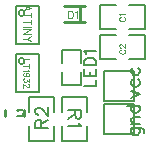
<source format=gto>
G04 ---------------------------- Layer name :TOP SILK LAYER*
G04 EasyEDA v5.4.12, Tue, 15 May 2018 13:13:22 GMT*
G04 e3774910c10740a696398d4b8e6a0cea*
G04 Gerber Generator version 0.2*
G04 Scale: 100 percent, Rotated: No, Reflected: No *
G04 Dimensions in inches *
G04 leading zeros omitted , absolute positions ,2 integer and 4 decimal *
%FSLAX24Y24*%
%MOIN*%
G90*
G70D02*

%ADD10C,0.010000*%
%ADD11C,0.008000*%
%ADD21C,0.007992*%
%ADD22C,0.007874*%
%ADD23C,0.007870*%
%ADD24C,0.007000*%
%ADD25C,0.004000*%
%ADD26C,0.006000*%
%ADD27C,0.003000*%

%LPD*%
G54D11*
G01X4700Y1500D02*
G01X3700Y1500D01*
G01X3700Y2500D01*
G01X4700Y2500D01*
G01X4700Y1750D01*
G54D21*
G01X4700Y1500D02*
G01X4700Y1750D01*
G54D11*
G01X4700Y400D02*
G01X3700Y400D01*
G01X3700Y1400D01*
G01X4700Y1400D01*
G01X4700Y650D01*
G54D21*
G01X4700Y400D02*
G01X4700Y650D01*
G54D22*
G01X1530Y4040D02*
G01X1530Y4669D01*
G01X1530Y4669D02*
G01X1140Y4669D01*
G01X1530Y4040D02*
G01X1530Y3409D01*
G01X1530Y3409D02*
G01X1140Y3409D01*
G01X1140Y3409D02*
G01X750Y3409D01*
G01X750Y3409D02*
G01X750Y4040D01*
G01X1140Y4669D02*
G01X750Y4669D01*
G01X750Y4669D02*
G01X750Y4040D01*
G01X1530Y2440D02*
G01X1530Y3069D01*
G01X1530Y3069D02*
G01X1140Y3069D01*
G01X1530Y2440D02*
G01X1530Y1809D01*
G01X1530Y1809D02*
G01X1140Y1809D01*
G01X1140Y1809D02*
G01X750Y1809D01*
G01X750Y1809D02*
G01X750Y2440D01*
G01X1140Y3069D02*
G01X750Y3069D01*
G01X750Y3069D02*
G01X750Y2440D01*
G54D10*
G01X2350Y4659D02*
G01X2500Y4659D01*
G01X2500Y4659D02*
G01X3050Y4659D01*
G01X2350Y4140D02*
G01X2500Y4140D01*
G01X2500Y4140D02*
G01X3050Y4140D01*
G01X2896Y4636D02*
G01X2896Y4155D01*
G01X1009Y1200D02*
G01X1009Y1000D01*
G01X390Y1000D02*
G01X390Y1200D01*
G54D22*
G01X2284Y2771D02*
G01X2284Y3205D01*
G01X2915Y3205D01*
G01X2915Y2771D01*
G01X2284Y2457D02*
G01X2284Y2023D01*
G01X2678Y2023D01*
G01X2915Y2023D01*
G01X2915Y2457D01*
G54D23*
G01X4518Y3892D02*
G01X5038Y3892D01*
G01X5038Y4707D01*
G01X4518Y4707D01*
G01X4072Y3892D02*
G01X3553Y3892D01*
G01X3553Y4707D01*
G01X4072Y4707D01*
G01X4518Y2892D02*
G01X5038Y2892D01*
G01X5038Y3707D01*
G01X4518Y3707D01*
G01X4072Y2892D02*
G01X3553Y2892D01*
G01X3553Y3707D01*
G01X4072Y3707D01*
G01X3107Y1118D02*
G01X3107Y1638D01*
G01X2292Y1638D01*
G01X2292Y1118D01*
G01X3107Y672D02*
G01X3107Y153D01*
G01X2292Y153D01*
G01X2292Y672D01*
G01X2007Y1118D02*
G01X2007Y1638D01*
G01X1192Y1638D01*
G01X1192Y1118D01*
G01X2007Y672D02*
G01X2007Y153D01*
G01X1192Y153D01*
G01X1192Y672D01*
G54D24*
G01X4598Y1597D02*
G01X4884Y1720D01*
G01X4598Y1842D02*
G01X4884Y1720D01*
G01X4659Y2223D02*
G01X4617Y2182D01*
G01X4598Y2141D01*
G01X4598Y2080D01*
G01X4617Y2039D01*
G01X4659Y1998D01*
G01X4719Y1977D01*
G01X4761Y1977D01*
G01X4822Y1998D01*
G01X4864Y2039D01*
G01X4884Y2080D01*
G01X4884Y2141D01*
G01X4864Y2182D01*
G01X4822Y2223D01*
G01X4659Y2603D02*
G01X4617Y2562D01*
G01X4598Y2522D01*
G01X4598Y2460D01*
G01X4617Y2419D01*
G01X4659Y2378D01*
G01X4719Y2358D01*
G01X4761Y2358D01*
G01X4822Y2378D01*
G01X4864Y2419D01*
G01X4884Y2460D01*
G01X4884Y2522D01*
G01X4864Y2562D01*
G01X4822Y2603D01*
G01X4598Y600D02*
G01X4925Y600D01*
G01X4985Y580D01*
G01X5006Y559D01*
G01X5027Y519D01*
G01X5027Y457D01*
G01X5006Y415D01*
G01X4659Y600D02*
G01X4617Y559D01*
G01X4598Y519D01*
G01X4598Y457D01*
G01X4617Y415D01*
G01X4659Y375D01*
G01X4719Y355D01*
G01X4761Y355D01*
G01X4822Y375D01*
G01X4864Y415D01*
G01X4884Y457D01*
G01X4884Y519D01*
G01X4864Y559D01*
G01X4822Y600D01*
G01X4598Y734D02*
G01X4884Y734D01*
G01X4680Y734D02*
G01X4617Y796D01*
G01X4598Y838D01*
G01X4598Y898D01*
G01X4617Y940D01*
G01X4680Y959D01*
G01X4884Y959D01*
G01X4455Y1340D02*
G01X4884Y1340D01*
G01X4659Y1340D02*
G01X4617Y1300D01*
G01X4598Y1259D01*
G01X4598Y1198D01*
G01X4617Y1157D01*
G01X4659Y1115D01*
G01X4719Y1094D01*
G01X4761Y1094D01*
G01X4822Y1115D01*
G01X4864Y1157D01*
G01X4884Y1198D01*
G01X4884Y1259D01*
G01X4864Y1300D01*
G01X4822Y1340D01*
G54D25*
G01X1238Y4609D02*
G01X1000Y4700D01*
G01X1238Y4609D02*
G01X1000Y4517D01*
G01X1078Y4665D02*
G01X1078Y4551D01*
G01X1238Y4363D02*
G01X1000Y4363D01*
G01X1238Y4442D02*
G01X1238Y4284D01*
G01X1238Y4130D02*
G01X1000Y4130D01*
G01X1238Y4209D02*
G01X1238Y4050D01*
G01X1238Y3975D02*
G01X1000Y3975D01*
G01X1238Y3900D02*
G01X1000Y3900D01*
G01X1238Y3900D02*
G01X1000Y3740D01*
G01X1238Y3740D02*
G01X1000Y3740D01*
G01X1238Y3665D02*
G01X1125Y3575D01*
G01X1000Y3575D01*
G01X1238Y3484D02*
G01X1125Y3575D01*
G01X1191Y2900D02*
G01X1000Y2900D01*
G01X1000Y2900D02*
G01X1000Y2791D01*
G01X1191Y2667D02*
G01X1000Y2667D01*
G01X1191Y2731D02*
G01X1191Y2604D01*
G01X1155Y2544D02*
G01X1164Y2525D01*
G01X1191Y2498D01*
G01X1000Y2498D01*
G01X1127Y2320D02*
G01X1100Y2329D01*
G01X1082Y2347D01*
G01X1073Y2375D01*
G01X1073Y2384D01*
G01X1082Y2411D01*
G01X1100Y2429D01*
G01X1127Y2438D01*
G01X1137Y2438D01*
G01X1164Y2429D01*
G01X1182Y2411D01*
G01X1191Y2384D01*
G01X1191Y2375D01*
G01X1182Y2347D01*
G01X1164Y2329D01*
G01X1127Y2320D01*
G01X1082Y2320D01*
G01X1037Y2329D01*
G01X1009Y2347D01*
G01X1000Y2375D01*
G01X1000Y2393D01*
G01X1009Y2420D01*
G01X1027Y2429D01*
G01X1191Y2242D02*
G01X1191Y2142D01*
G01X1118Y2196D01*
G01X1118Y2169D01*
G01X1109Y2151D01*
G01X1100Y2142D01*
G01X1073Y2133D01*
G01X1055Y2133D01*
G01X1027Y2142D01*
G01X1009Y2160D01*
G01X1000Y2187D01*
G01X1000Y2215D01*
G01X1009Y2242D01*
G01X1018Y2251D01*
G01X1037Y2260D01*
G01X1146Y2064D02*
G01X1155Y2064D01*
G01X1173Y2055D01*
G01X1182Y2045D01*
G01X1191Y2027D01*
G01X1191Y1991D01*
G01X1182Y1973D01*
G01X1173Y1964D01*
G01X1155Y1955D01*
G01X1137Y1955D01*
G01X1118Y1964D01*
G01X1091Y1982D01*
G01X1000Y2073D01*
G01X1000Y1945D01*
G01X2500Y4500D02*
G01X2500Y4262D01*
G01X2500Y4500D02*
G01X2580Y4500D01*
G01X2613Y4489D01*
G01X2636Y4466D01*
G01X2648Y4444D01*
G01X2659Y4409D01*
G01X2659Y4353D01*
G01X2648Y4319D01*
G01X2636Y4296D01*
G01X2613Y4273D01*
G01X2580Y4262D01*
G01X2500Y4262D01*
G01X2734Y4455D02*
G01X2757Y4466D01*
G01X2790Y4500D01*
G01X2790Y4262D01*
G54D24*
G01X800Y985D02*
G01X990Y985D01*
G01X990Y985D02*
G01X990Y1094D01*
G01X836Y1154D02*
G01X826Y1172D01*
G01X800Y1200D01*
G01X990Y1200D01*
G54D26*
G01X3026Y1994D02*
G01X3409Y1994D01*
G01X3409Y1994D02*
G01X3409Y2213D01*
G01X3026Y2332D02*
G01X3409Y2332D01*
G01X3026Y2332D02*
G01X3026Y2569D01*
G01X3209Y2332D02*
G01X3209Y2478D01*
G01X3409Y2332D02*
G01X3409Y2569D01*
G01X3026Y2690D02*
G01X3409Y2690D01*
G01X3026Y2690D02*
G01X3026Y2817D01*
G01X3044Y2871D01*
G01X3080Y2907D01*
G01X3117Y2926D01*
G01X3171Y2944D01*
G01X3263Y2944D01*
G01X3317Y2926D01*
G01X3353Y2907D01*
G01X3390Y2871D01*
G01X3409Y2817D01*
G01X3409Y2690D01*
G01X3100Y3063D02*
G01X3080Y3100D01*
G01X3026Y3155D01*
G01X3409Y3155D01*
G54D25*
G01X4245Y4294D02*
G01X4227Y4285D01*
G01X4209Y4267D01*
G01X4200Y4249D01*
G01X4200Y4213D01*
G01X4209Y4194D01*
G01X4227Y4176D01*
G01X4245Y4167D01*
G01X4273Y4158D01*
G01X4318Y4158D01*
G01X4345Y4167D01*
G01X4364Y4176D01*
G01X4382Y4194D01*
G01X4391Y4213D01*
G01X4391Y4249D01*
G01X4382Y4267D01*
G01X4364Y4285D01*
G01X4345Y4294D01*
G01X4236Y4354D02*
G01X4227Y4373D01*
G01X4200Y4400D01*
G01X4391Y4400D01*
G54D27*
G01X4245Y3211D02*
G01X4227Y3203D01*
G01X4209Y3184D01*
G01X4200Y3167D01*
G01X4200Y3130D01*
G01X4209Y3111D01*
G01X4227Y3094D01*
G01X4245Y3084D01*
G01X4273Y3076D01*
G01X4318Y3076D01*
G01X4345Y3084D01*
G01X4364Y3094D01*
G01X4382Y3111D01*
G01X4391Y3130D01*
G01X4391Y3167D01*
G01X4382Y3184D01*
G01X4364Y3203D01*
G01X4345Y3211D01*
G01X4245Y3280D02*
G01X4236Y3280D01*
G01X4218Y3290D01*
G01X4209Y3300D01*
G01X4200Y3317D01*
G01X4200Y3353D01*
G01X4209Y3371D01*
G01X4218Y3380D01*
G01X4236Y3390D01*
G01X4254Y3390D01*
G01X4273Y3380D01*
G01X4300Y3363D01*
G01X4391Y3271D01*
G01X4391Y3400D01*
G54D24*
G01X2928Y1200D02*
G01X2499Y1200D01*
G01X2928Y1200D02*
G01X2928Y1015D01*
G01X2908Y955D01*
G01X2888Y934D01*
G01X2847Y913D01*
G01X2806Y913D01*
G01X2765Y934D01*
G01X2744Y955D01*
G01X2724Y1015D01*
G01X2724Y1200D01*
G01X2724Y1057D02*
G01X2499Y913D01*
G01X2847Y778D02*
G01X2867Y738D01*
G01X2928Y676D01*
G01X2499Y676D01*
G01X1400Y591D02*
G01X1828Y591D01*
G01X1400Y591D02*
G01X1400Y775D01*
G01X1419Y836D01*
G01X1440Y857D01*
G01X1480Y877D01*
G01X1521Y877D01*
G01X1563Y857D01*
G01X1584Y836D01*
G01X1603Y775D01*
G01X1603Y591D01*
G01X1603Y734D02*
G01X1828Y877D01*
G01X1501Y1033D02*
G01X1480Y1033D01*
G01X1440Y1053D01*
G01X1419Y1074D01*
G01X1400Y1115D01*
G01X1400Y1196D01*
G01X1419Y1237D01*
G01X1440Y1258D01*
G01X1480Y1278D01*
G01X1521Y1278D01*
G01X1563Y1258D01*
G01X1625Y1217D01*
G01X1828Y1012D01*
G01X1828Y1299D01*
G54D22*
G75*
G01X1040Y4430D02*
G03X1040Y4430I-100J0D01*
G01*
G75*
G01X1040Y2830D02*
G03X1040Y2830I-100J0D01*
G01*
M00*
M02*

</source>
